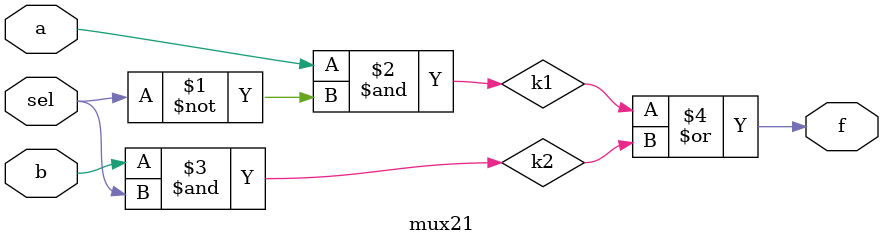
<source format=v>
`timescale 1ns / 1ps


module mux21(input a,b,sel,output f);
wire k1,k2;
and a1(k1,a,~sel);
and a2(k2,b,sel);
or  a3(f,k1,k2);
endmodule

</source>
